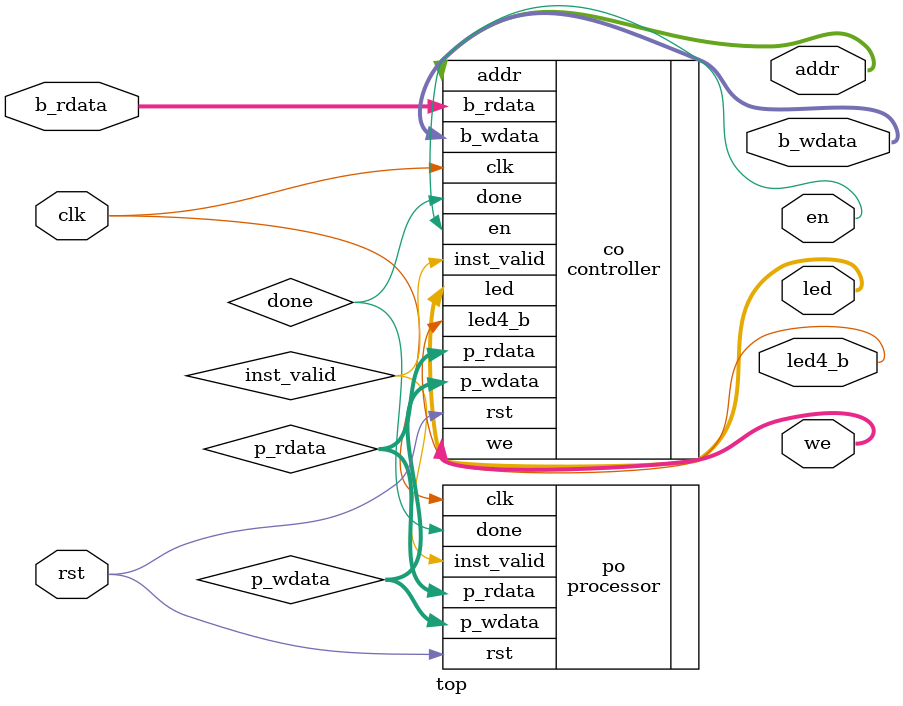
<source format=v>
`timescale 1ns / 1ps


module top(
input clk,
input rst,
input  [31:0] b_rdata,
output [31:0] b_wdata,
output [31:0] addr,
output [3:0] we,
output en,
output [3:0] led,
output led4_b
    );
    
wire inst_valid;
wire [63:0] p_rdata;
wire [31:0] p_wdata;
wire done;
/*wire    [1:0]   next_clk_4;
wire            clk_4_f;
reg [1:0] clk_4;*/
/*assign          next_clk_4 = (clk_4 == 2'd3)? 2'd0 : clk_4 + 2'd1;
assign          clk_4_f = clk_4[1];
always @(posedge clk or posedge rst)
begin
	if(rst)
	begin
		clk_4	<= 2'd0;
	end
	else
	begin
		clk_4	<= next_clk_4;
	end
end*/
processor po(
        .clk(clk),
        .rst(rst),
        .inst_valid(inst_valid),
        .p_rdata(p_rdata),
        .p_wdata(p_wdata),
        .done(done)
    );
    
   
controller co(
        .clk(clk),
        .rst(rst),
        .done(done),
        .p_wdata(p_wdata),
        .b_rdata(b_rdata),
        .b_wdata(b_wdata),   
        .p_rdata(p_rdata),
        .addr(addr),
        .inst_valid(inst_valid),
        .we(we),
        .en(en),
        .led(led),
        .led4_b(led4_b)
    );
endmodule

</source>
